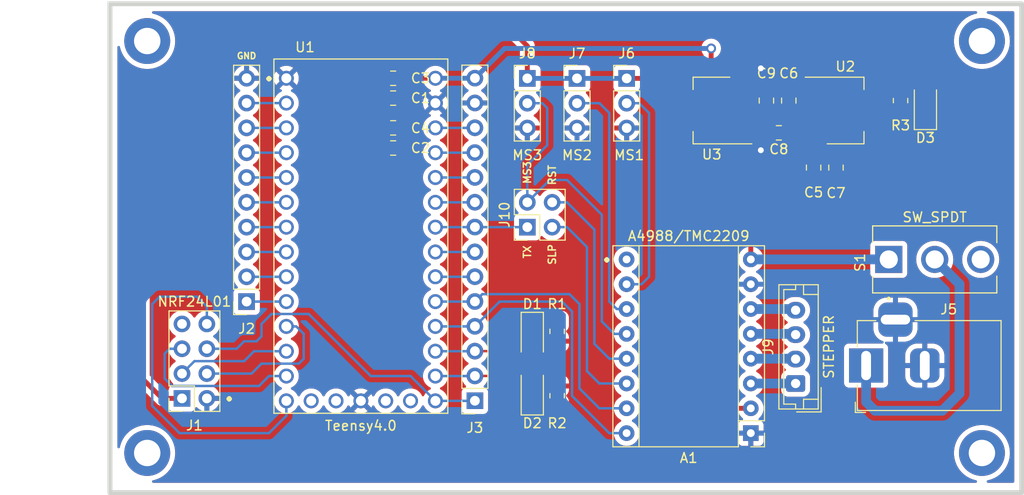
<source format=kicad_pcb>
(kicad_pcb (version 20240108) (generator "pcbnew") (generator_version "8.0")
  (layers (0 "F.Cu" signal) (31 "B.Cu" signal) (34 "B.Paste" user) (35 "F.Paste" user) (36 "B.SilkS" user "B.Silkscreen") (37 "F.SilkS" user "F.Silkscreen") (38 "B.Mask" user) (39 "F.Mask" user) (44 "Edge.Cuts" user))
  (net 0 "")
  (net 1 "GND")
  (net 2 "3.3V")
  (net 3 "Net-(A1-Pad3)")
  (net 4 "Net-(A1-Pad4)")
  (net 5 "Net-(A1-Pad5)")
  (net 6 "Net-(A1-Pad6)")
  (net 7 "VMOT")
  (net 9 "MS1")
  (net 10 "MS2")
  (net 11 "MS3")
  (net 12 "DRV_RESET")
  (net 13 "STEP")
  (net 14 "DIR")
  (net 15 "+3V3")
  (net 16 "+5V")
  (net 17 "Net-(D1-Pad1)")
  (net 18 "MANUAL")
  (net 19 "Net-(D2-Pad1)")
  (net 20 "AUTO")
  (net 21 "Net-(D3-Pad2)")
  (net 22 "MISO")
  (net 23 "MOSI")
  (net 24 "SCK")
  (net 25 "CS")
  (net 26 "CE")
  (net 27 "DRV_SLEEP")
  (net 29 "Net-(J2-Pad5)")
  (net 30 "Net-(J2-Pad8)")
  (net 31 "Net-(J2-Pad9)")
  (net 32 "Net-(J2-Pad6)")
  (net 33 "Net-(J2-Pad7)")
  (net 34 "Net-(J3-Pad6)")
  (net 35 "Net-(J3-Pad7)")
  (net 36 "UART_TX")
  (net 37 "Net-(J3-Pad9)")
  (net 41 "Net-(J5-Pad1)")
  (net 42 "Net-(J3-Pad10)")
  (net 43 "Net-(J3-Pad11)")
  (net 44 "Net-(J3-Pad12)")
  (net 46 "Net-(J2-Pad1)")
  (net 47 "Net-(J2-Pad2)")
  (net 48 "Net-(J2-Pad3)")
  (net 49 "Net-(J2-Pad4)")
  (footprint "" (layer "F.Cu") (at 187.706 69.596)
    (property "Reference" "" (at 0 0 0) (layer "F.SilkS") (effects (font (size 1.27 1.27))))
    (property "Value" "" (at 0 0 0) (layer "F.SilkS") (effects (font (size 1.27 1.27))))
    (pad "1" thru_hole circle (at 0 0) (size 4.7 4.7) (drill 2.7) (layers "*.Cu" "*.Mask"))
  )
  (footprint "Connector_JST:JST_EH_B4B-EH-A_1x04_P2.50mm_Vertical" (layer "F.Cu") (at 168.656 104.648 90)
    (property "Reference" "J9" (at 3.75 -2.8 90) (layer "F.SilkS"))
    (property "Value" "STEPPER" (at 3.75 3.4 90) (layer "F.SilkS"))
    (pad "1" thru_hole roundrect (at 0 0 90) (size 1.7 1.95) (drill 0.95) (layers "*.Cu" "*.Mask") (roundrect_rratio 0.1470588235) (net 3 "Net-(A1-Pad3)"))
    (pad "2" thru_hole oval (at 2.5 0 90) (size 1.7 1.95) (drill 0.95) (layers "*.Cu" "*.Mask") (net 4 "Net-(A1-Pad4)"))
    (pad "3" thru_hole oval (at 5 0 90) (size 1.7 1.95) (drill 0.95) (layers "*.Cu" "*.Mask") (net 5 "Net-(A1-Pad5)"))
    (pad "4" thru_hole oval (at 7.5 0 90) (size 1.7 1.95) (drill 0.95) (layers "*.Cu" "*.Mask") (net 6 "Net-(A1-Pad6)"))
  )
  (footprint "Resistor_SMD:R_0805_2012Metric_Pad1.20x1.40mm_HandSolder" (layer "F.Cu") (at 144.272 105.902 90)
    (property "Reference" "R2" (at -2.81 0 180) (layer "F.SilkS"))
    (property "Value" "220R")
    (pad "1" smd roundrect (at -1 0 90) (size 1.2 1.4) (layers "F.Cu" "F.Paste" "F.Mask") (roundrect_rratio 0.2083333333) (net 19 "Net-(D2-Pad1)"))
    (pad "2" smd roundrect (at 1 0 90) (size 1.2 1.4) (layers "F.Cu" "F.Paste" "F.Mask") (roundrect_rratio 0.2083333333) (net 1 "GND"))
  )
  (footprint "Teensy 4.0:BarrelJack_Horizontal" (layer "F.Cu") (at 175.864 102.8115 180)
    (property "Reference" "J5" (at -8.45 5.75 0) (layer "F.SilkS"))
    (property "Value" "Barrel_Jack_MountingPin")
    (pad "1" thru_hole rect (at 0 0 180) (size 3.5 3.5) (drill oval 1 3) (layers "*.Cu" "*.Mask") (net 41 "Net-(J5-Pad1)"))
    (pad "2" thru_hole roundrect (at -6 0 180) (size 3 3.5) (drill oval 1 3) (layers "*.Cu" "*.Mask") (net 1 "GND"))
    (pad "3" thru_hole roundrect (at -3 4.7 180) (size 3.5 3.5) (drill oval 3 1) (layers "*.Cu" "*.Mask") (net 1 "GND"))
  )
  (footprint "Connector_PinHeader_2.54mm:PinHeader_1x03_P2.54mm_Vertical" (layer "F.Cu") (at 151.384 73.421)
    (property "Reference" "J6" (at 0 -2.555 0) (layer "F.SilkS"))
    (property "Value" "MS1" (at 0.254 7.859 0) (layer "F.SilkS"))
    (pad "1" thru_hole rect (at 0 0) (size 1.7 1.7) (drill 1) (layers "*.Cu" "*.Mask") (net 2 "3.3V"))
    (pad "2" thru_hole oval (at 0 2.54) (size 1.7 1.7) (drill 1) (layers "*.Cu" "*.Mask") (net 9 "MS1"))
    (pad "3" thru_hole oval (at 0 5.08) (size 1.7 1.7) (drill 1) (layers "*.Cu" "*.Mask") (net 1 "GND"))
  )
  (footprint "Teensy 4.0:MODULE_DEV-15583" (layer "F.Cu") (at 124.206 89.916)
    (property "Reference" "U1" (at -5.715 -19.685 0) (layer "F.SilkS"))
    (property "Value" "Teensy4.0" (at 0 19.05 0) (layer "F.SilkS"))
    (fp_text user "GND" (at -11.684 -18.796 0) (layer "F.SilkS") (effects (font (size 0.64 0.64))))
    (pad "0" thru_hole circle (at -7.62 -13.97) (size 1.53 1.53) (drill 1.02) (layers "*.Cu" "*.Mask") (net 31 "Net-(J2-Pad9)"))
    (pad "1" thru_hole circle (at -7.62 -11.43) (size 1.53 1.53) (drill 1.02) (layers "*.Cu" "*.Mask") (net 30 "Net-(J2-Pad8)"))
    (pad "2" thru_hole circle (at -7.62 -8.89) (size 1.53 1.53) (drill 1.02) (layers "*.Cu" "*.Mask") (net 33 "Net-(J2-Pad7)"))
    (pad "3" thru_hole circle (at -7.62 -6.35) (size 1.53 1.53) (drill 1.02) (layers "*.Cu" "*.Mask") (net 32 "Net-(J2-Pad6)"))
    (pad "3.3V_1" thru_hole circle (at -2.54 16.51) (size 1.53 1.53) (drill 1.02) (layers "*.Cu" "*.Mask"))
    (pad "3.3V_2" thru_hole circle (at 7.62 -11.43) (size 1.53 1.53) (drill 1.02) (layers "*.Cu" "*.Mask") (net 44 "Net-(J3-Pad12)"))
    (pad "4" thru_hole circle (at -7.62 -3.81) (size 1.53 1.53) (drill 1.02) (layers "*.Cu" "*.Mask") (net 29 "Net-(J2-Pad5)"))
    (pad "5" thru_hole circle (at -7.62 -1.27) (size 1.53 1.53) (drill 1.02) (layers "*.Cu" "*.Mask") (net 49 "Net-(J2-Pad4)"))
    (pad "6" thru_hole circle (at -7.62 1.27) (size 1.53 1.53) (drill 1.02) (layers "*.Cu" "*.Mask") (net 48 "Net-(J2-Pad3)"))
    (pad "7" thru_hole circle (at -7.62 3.81) (size 1.53 1.53) (drill 1.02) (layers "*.Cu" "*.Mask") (net 47 "Net-(J2-Pad2)"))
    (pad "8" thru_hole circle (at -7.62 6.35) (size 1.53 1.53) (drill 1.02) (layers "*.Cu" "*.Mask") (net 46 "Net-(J2-Pad1)"))
    (pad "9" thru_hole circle (at -7.62 8.89) (size 1.53 1.53) (drill 1.02) (layers "*.Cu" "*.Mask") (net 26 "CE"))
    (pad "10" thru_hole circle (at -7.62 11.43) (size 1.53 1.53) (drill 1.02) (layers "*.Cu" "*.Mask") (net 25 "CS"))
    (pad "11" thru_hole circle (at -7.62 13.97) (size 1.53 1.53) (drill 1.02) (layers "*.Cu" "*.Mask") (net 23 "MOSI"))
    (pad "12" thru_hole circle (at -7.62 16.51) (size 1.53 1.53) (drill 1.02) (layers "*.Cu" "*.Mask") (net 22 "MISO"))
    (pad "13" thru_hole circle (at 7.62 16.51) (size 1.53 1.53) (drill 1.02) (layers "*.Cu" "*.Mask") (net 24 "SCK"))
    (pad "14" thru_hole circle (at 7.62 13.97) (size 1.53 1.53) (drill 1.02) (layers "*.Cu" "*.Mask") (net 20 "AUTO"))
    (pad "15" thru_hole circle (at 7.62 11.43) (size 1.53 1.53) (drill 1.02) (layers "*.Cu" "*.Mask") (net 18 "MANUAL"))
    (pad "16" thru_hole circle (at 7.62 8.89) (size 1.53 1.53) (drill 1.02) (layers "*.Cu" "*.Mask") (net 14 "DIR"))
    (pad "17" thru_hole circle (at 7.62 6.35) (size 1.53 1.53) (drill 1.02) (layers "*.Cu" "*.Mask") (net 13 "STEP"))
    (pad "18" thru_hole circle (at 7.62 3.81) (size 1.53 1.53) (drill 1.02) (layers "*.Cu" "*.Mask") (net 34 "Net-(J3-Pad6)"))
    (pad "19" thru_hole circle (at 7.62 1.27) (size 1.53 1.53) (drill 1.02) (layers "*.Cu" "*.Mask") (net 35 "Net-(J3-Pad7)"))
    (pad "20" thru_hole circle (at 7.62 -1.27) (size 1.53 1.53) (drill 1.02) (layers "*.Cu" "*.Mask") (net 36 "UART_TX"))
    (pad "21" thru_hole circle (at 7.62 -3.81) (size 1.53 1.53) (drill 1.02) (layers "*.Cu" "*.Mask") (net 37 "Net-(J3-Pad9)"))
    (pad "22" thru_hole circle (at 7.62 -6.35) (size 1.53 1.53) (drill 1.02) (layers "*.Cu" "*.Mask") (net 42 "Net-(J3-Pad10)"))
    (pad "23" thru_hole circle (at 7.62 -8.89) (size 1.53 1.53) (drill 1.02) (layers "*.Cu" "*.Mask") (net 43 "Net-(J3-Pad11)"))
    (pad "G1" thru_hole circle (at -7.62 -16.51) (size 1.53 1.53) (drill 1.02) (layers "*.Cu" "*.Mask") (net 1 "GND"))
    (pad "G2" thru_hole circle (at 0 16.51) (size 1.53 1.53) (drill 1.02) (layers "*.Cu" "*.Mask") (net 1 "GND"))
    (pad "G3" thru_hole circle (at 7.62 -13.97) (size 1.53 1.53) (drill 1.02) (layers "*.Cu" "*.Mask") (net 1 "GND"))
    (pad "ON-OFF" thru_hole circle (at 5.08 16.51) (size 1.53 1.53) (drill 1.02) (layers "*.Cu" "*.Mask"))
    (pad "PGM" thru_hole circle (at 2.54 16.51) (size 1.53 1.53) (drill 1.02) (layers "*.Cu" "*.Mask"))
    (pad "VBAT" thru_hole circle (at -5.08 16.51) (size 1.53 1.53) (drill 1.02) (layers "*.Cu" "*.Mask"))
    (pad "VIN" thru_hole circle (at 7.62 -16.51) (size 1.53 1.53) (drill 1.02) (layers "*.Cu" "*.Mask") (net 16 "+5V"))
  )
  (footprint "Resistor_SMD:R_0805_2012Metric_Pad1.20x1.40mm_HandSolder" (layer "F.Cu") (at 179.386572 75.692 90)
    (property "Reference" "R3" (at -2.54 0 0) (layer "F.SilkS"))
    (property "Value" "220R")
    (pad "1" smd roundrect (at -1 0 90) (size 1.2 1.4) (layers "F.Cu" "F.Paste" "F.Mask") (roundrect_rratio 0.2083333333) (net 16 "+5V"))
    (pad "2" smd roundrect (at 1 0 90) (size 1.2 1.4) (layers "F.Cu" "F.Paste" "F.Mask") (roundrect_rratio 0.2083333333) (net 21 "Net-(D3-Pad2)"))
  )
  (footprint "Capacitor_SMD:C_0805_2012Metric_Pad1.18x1.45mm_HandSolder" (layer "F.Cu") (at 127.508 80.546 180)
    (property "Reference" "C2" (at -2.794 0 0) (layer "F.SilkS"))
    (property "Value" "4.7u")
    (pad "1" smd roundrect (at -1.0375 0 180) (size 1.175 1.45) (layers "F.Cu" "F.Paste" "F.Mask") (roundrect_rratio 0.2127659574) (net 15 "+3V3"))
    (pad "2" smd roundrect (at 1.0375 0 180) (size 1.175 1.45) (layers "F.Cu" "F.Paste" "F.Mask") (roundrect_rratio 0.2127659574) (net 1 "GND"))
  )
  (footprint "Connector_PinSocket_2.54mm:PinSocket_1x10_P2.54mm_Vertical" (layer "F.Cu") (at 112.522 96.266 180)
    (property "Reference" "J2" (at 0 -2.77 0) (layer "F.SilkS"))
    (property "Value" "Conn_01x10_Female")
    (pad "1" thru_hole rect (at 0 0 180) (size 1.7 1.7) (drill 1) (layers "*.Cu" "*.Mask") (net 46 "Net-(J2-Pad1)"))
    (pad "2" thru_hole oval (at 0 2.54 180) (size 1.7 1.7) (drill 1) (layers "*.Cu" "*.Mask") (net 47 "Net-(J2-Pad2)"))
    (pad "3" thru_hole oval (at 0 5.08 180) (size 1.7 1.7) (drill 1) (layers "*.Cu" "*.Mask") (net 48 "Net-(J2-Pad3)"))
    (pad "4" thru_hole oval (at 0 7.62 180) (size 1.7 1.7) (drill 1) (layers "*.Cu" "*.Mask") (net 49 "Net-(J2-Pad4)"))
    (pad "5" thru_hole oval (at 0 10.16 180) (size 1.7 1.7) (drill 1) (layers "*.Cu" "*.Mask") (net 29 "Net-(J2-Pad5)"))
    (pad "6" thru_hole oval (at 0 12.7 180) (size 1.7 1.7) (drill 1) (layers "*.Cu" "*.Mask") (net 32 "Net-(J2-Pad6)"))
    (pad "7" thru_hole oval (at 0 15.24 180) (size 1.7 1.7) (drill 1) (layers "*.Cu" "*.Mask") (net 33 "Net-(J2-Pad7)"))
    (pad "8" thru_hole oval (at 0 17.78 180) (size 1.7 1.7) (drill 1) (layers "*.Cu" "*.Mask") (net 30 "Net-(J2-Pad8)"))
    (pad "9" thru_hole oval (at 0 20.32 180) (size 1.7 1.7) (drill 1) (layers "*.Cu" "*.Mask") (net 31 "Net-(J2-Pad9)"))
    (pad "10" thru_hole oval (at 0 22.86 180) (size 1.7 1.7) (drill 1) (layers "*.Cu" "*.Mask") (net 1 "GND"))
  )
  (footprint "MountingHole:MountingHole_2.7mm_M2.5_DIN965_Pad" (layer "F.Cu") (at 102.362 69.596)
    (property "Reference" "REF**")
    (property "Value" "MountingHole_2.7mm_M2.5_DIN965_Pad")
    (pad "1" thru_hole circle (at 0 0) (size 4.7 4.7) (drill 2.7) (layers "*.Cu" "*.Mask"))
  )
  (footprint "LED_SMD:LED_1206_3216Metric_Pad1.42x1.75mm_HandSolder" (layer "F.Cu") (at 141.732 99.822 -90)
    (property "Reference" "D1" (at -3.302 0 180) (layer "F.SilkS"))
    (property "Value" "MANUAL")
    (pad "1" smd roundrect (at -1.4875 0 270) (size 1.425 1.75) (layers "F.Cu" "F.Paste" "F.Mask") (roundrect_rratio 0.1754392982) (net 17 "Net-(D1-Pad1)"))
    (pad "2" smd roundrect (at 1.4875 0 270) (size 1.425 1.75) (layers "F.Cu" "F.Paste" "F.Mask") (roundrect_rratio 0.1754392982) (net 18 "MANUAL"))
  )
  (footprint "Capacitor_SMD:C_0805_2012Metric_Pad1.18x1.45mm_HandSolder" (layer "F.Cu") (at 166.940572 78.994 180)
    (property "Reference" "C8" (at 0 -1.68 0) (layer "F.SilkS"))
    (property "Value" "100n")
    (pad "1" smd roundrect (at -1.0375 0 180) (size 1.175 1.45) (layers "F.Cu" "F.Paste" "F.Mask") (roundrect_rratio 0.2127659574) (net 16 "+5V"))
    (pad "2" smd roundrect (at 1.0375 0 180) (size 1.175 1.45) (layers "F.Cu" "F.Paste" "F.Mask") (roundrect_rratio 0.2127659574) (net 1 "GND"))
  )
  (footprint "LED_SMD:LED_1206_3216Metric_Pad1.42x1.75mm_HandSolder" (layer "F.Cu") (at 181.926572 76.2 90)
    (property "Reference" "D3" (at -3.302 0 0) (layer "F.SilkS"))
    (property "Value" "PWR IND")
    (pad "1" smd roundrect (at -1.4875 0 90) (size 1.425 1.75) (layers "F.Cu" "F.Paste" "F.Mask") (roundrect_rratio 0.1754392982) (net 1 "GND"))
    (pad "2" smd roundrect (at 1.4875 0 90) (size 1.425 1.75) (layers "F.Cu" "F.Paste" "F.Mask") (roundrect_rratio 0.1754392982) (net 21 "Net-(D3-Pad2)"))
  )
  (footprint "Capacitor_SMD:C_0805_2012Metric_Pad1.18x1.45mm_HandSolder" (layer "F.Cu") (at 127.508 78.486 180)
    (property "Reference" "C4" (at -2.794 -0.028 0) (layer "F.SilkS"))
    (property "Value" "100n")
    (pad "1" smd roundrect (at -1.0375 0 180) (size 1.175 1.45) (layers "F.Cu" "F.Paste" "F.Mask") (roundrect_rratio 0.2127659574) (net 15 "+3V3"))
    (pad "2" smd roundrect (at 1.0375 0 180) (size 1.175 1.45) (layers "F.Cu" "F.Paste" "F.Mask") (roundrect_rratio 0.2127659574) (net 1 "GND"))
  )
  (footprint "" (layer "F.Cu") (at 187.706 111.76)
    (property "Reference" "" (at 0 0 0) (layer "F.SilkS") (effects (font (size 1.27 1.27))))
    (property "Value" "" (at 0 0 0) (layer "F.SilkS") (effects (font (size 1.27 1.27))))
    (pad "1" thru_hole circle (at 0 0) (size 4.7 4.7) (drill 2.7) (layers "*.Cu" "*.Mask"))
  )
  (footprint "Connector_PinHeader_2.54mm:PinHeader_1x03_P2.54mm_Vertical" (layer "F.Cu") (at 146.304 73.421)
    (property "Reference" "J7" (at 0 -2.54 0) (layer "F.SilkS"))
    (property "Value" "MS2" (at 0 7.859 0) (layer "F.SilkS"))
    (pad "1" thru_hole rect (at 0 0) (size 1.7 1.7) (drill 1) (layers "*.Cu" "*.Mask") (net 2 "3.3V"))
    (pad "2" thru_hole oval (at 0 2.54) (size 1.7 1.7) (drill 1) (layers "*.Cu" "*.Mask") (net 10 "MS2"))
    (pad "3" thru_hole oval (at 0 5.08) (size 1.7 1.7) (drill 1) (layers "*.Cu" "*.Mask") (net 1 "GND"))
  )
  (footprint "Connector_PinSocket_2.54mm:PinSocket_2x04_P2.54mm_Vertical" (layer "F.Cu") (at 105.918 106.172 180)
    (property "Reference" "J1" (at -1.27 -2.77 0) (layer "F.SilkS"))
    (property "Value" "NRF24L01" (at -1.27 9.906 0) (layer "F.SilkS"))
    (pad "1" thru_hole rect (at 0 0 180) (size 1.7 1.7) (drill 1) (layers "*.Cu" "*.Mask") (net 2 "3.3V"))
    (pad "2" thru_hole oval (at -2.54 0 180) (size 1.7 1.7) (drill 1) (layers "*.Cu" "*.Mask") (net 1 "GND"))
    (pad "3" thru_hole oval (at 0 2.54 180) (size 1.7 1.7) (drill 1) (layers "*.Cu" "*.Mask") (net 25 "CS"))
    (pad "4" thru_hole oval (at -2.54 2.54 180) (size 1.7 1.7) (drill 1) (layers "*.Cu" "*.Mask") (net 26 "CE"))
    (pad "5" thru_hole oval (at 0 5.08 180) (size 1.7 1.7) (drill 1) (layers "*.Cu" "*.Mask") (net 23 "MOSI"))
    (pad "6" thru_hole oval (at -2.54 5.08 180) (size 1.7 1.7) (drill 1) (layers "*.Cu" "*.Mask") (net 24 "SCK"))
    (pad "7" thru_hole oval (at 0 7.62 180) (size 1.7 1.7) (drill 1) (layers "*.Cu" "*.Mask"))
    (pad "8" thru_hole oval (at -2.54 7.62 180) (size 1.7 1.7) (drill 1) (layers "*.Cu" "*.Mask") (net 22 "MISO"))
  )
  (footprint "Teensy 4.0:Pololu_A4988" (layer "F.Cu") (at 164.074 109.728 180)
    (property "Reference" "A1" (at 6.35 -2.54 0) (layer "F.SilkS"))
    (property "Value" "A4988/TMC2209" (at 6.35 20.17 0) (layer "F.SilkS"))
    (pad "1" thru_hole rect (at 0 0 180) (size 1.6 1.6) (drill 0.8) (layers "*.Cu" "*.Mask") (net 1 "GND"))
    (pad "2" thru_hole oval (at 0 2.54 180) (size 1.6 1.6) (drill 0.8) (layers "*.Cu" "*.Mask") (net 2 "3.3V"))
    (pad "3" thru_hole oval (at 0 5.08 180) (size 1.6 1.6) (drill 0.8) (layers "*.Cu" "*.Mask") (net 3 "Net-(A1-Pad3)"))
    (pad "4" thru_hole oval (at 0 7.62 180) (size 1.6 1.6) (drill 0.8) (layers "*.Cu" "*.Mask") (net 4 "Net-(A1-Pad4)"))
    (pad "5" thru_hole oval (at 0 10.16 180) (size 1.6 1.6) (drill 0.8) (layers "*.Cu" "*.Mask") (net 5 "Net-(A1-Pad5)"))
    (pad "6" thru_hole oval (at 0 12.7 180) (size 1.6 1.6) (drill 0.8) (layers "*.Cu" "*.Mask") (net 6 "Net-(A1-Pad6)"))
    (pad "7" thru_hole oval (at 0 15.24 180) (size 1.6 1.6) (drill 0.8) (layers "*.Cu" "*.Mask") (net 1 "GND"))
    (pad "8" thru_hole oval (at 0 17.78 180) (size 1.6 1.6) (drill 0.8) (layers "*.Cu" "*.Mask") (net 7 "VMOT"))
    (pad "9" thru_hole oval (at 12.7 17.78 180) (size 1.6 1.6) (drill 0.8) (layers "*.Cu" "*.Mask"))
    (pad "10" thru_hole oval (at 12.7 15.24 180) (size 1.6 1.6) (drill 0.8) (layers "*.Cu" "*.Mask") (net 9 "MS1"))
    (pad "11" thru_hole oval (at 12.7 12.7 180) (size 1.6 1.6) (drill 0.8) (layers "*.Cu" "*.Mask") (net 10 "MS2"))
    (pad "12" thru_hole oval (at 12.7 10.16 180) (size 1.6 1.6) (drill 0.8) (layers "*.Cu" "*.Mask") (net 11 "MS3"))
    (pad "13" thru_hole oval (at 12.7 7.62 180) (size 1.6 1.6) (drill 0.8) (layers "*.Cu" "*.Mask") (net 12 "DRV_RESET"))
    (pad "14" thru_hole oval (at 12.7 5.08 180) (size 1.6 1.6) (drill 0.8) (layers "*.Cu" "*.Mask") (net 27 "DRV_SLEEP"))
    (pad "15" thru_hole oval (at 12.7 2.54 180) (size 1.6 1.6) (drill 0.8) (layers "*.Cu" "*.Mask") (net 13 "STEP"))
    (pad "16" thru_hole oval (at 12.7 0 180) (size 1.6 1.6) (drill 0.8) (layers "*.Cu" "*.Mask") (net 14 "DIR"))
  )
  (footprint "Capacitor_SMD:C_0805_2012Metric_Pad1.18x1.45mm_HandSolder" (layer "F.Cu") (at 127.508 73.406 180)
    (property "Reference" "C3" (at -2.794 0 0) (layer "F.SilkS"))
    (property "Value" "100n")
    (pad "1" smd roundrect (at -1.0375 0 180) (size 1.175 1.45) (layers "F.Cu" "F.Paste" "F.Mask") (roundrect_rratio 0.2127659574) (net 16 "+5V"))
    (pad "2" smd roundrect (at 1.0375 0 180) (size 1.175 1.45) (layers "F.Cu" "F.Paste" "F.Mask") (roundrect_rratio 0.2127659574) (net 1 "GND"))
  )
  (footprint "Connector_PinHeader_2.54mm:PinHeader_2x02_P2.54mm_Vertical" (layer "F.Cu") (at 141.224 88.646 90)
    (property "Reference" "J10" (at 1.27 -2.33 90) (layer "F.SilkS"))
    (property "Value" "Conn_02x02_Odd_Even")
    (pad "1" thru_hole rect (at 0 0 90) (size 1.7 1.7) (drill 1) (layers "*.Cu" "*.Mask") (net 36 "UART_TX"))
    (pad "2" thru_hole oval (at 2.54 0 90) (size 1.7 1.7) (drill 1) (layers "*.Cu" "*.Mask") (net 11 "MS3"))
    (pad "3" thru_hole oval (at 0 2.54 90) (size 1.7 1.7) (drill 1) (layers "*.Cu" "*.Mask") (net 27 "DRV_SLEEP"))
    (pad "4" thru_hole oval (at 2.54 2.54 90) (size 1.7 1.7) (drill 1) (layers "*.Cu" "*.Mask") (net 12 "DRV_RESET"))
  )
  (footprint "LED_SMD:LED_1206_3216Metric_Pad1.42x1.75mm_HandSolder" (layer "F.Cu") (at 141.732 105.41 90)
    (property "Reference" "D2" (at -3.302 0 180) (layer "F.SilkS"))
    (property "Value" "AUTO")
    (pad "1" smd roundrect (at -1.4875 0 90) (size 1.425 1.75) (layers "F.Cu" "F.Paste" "F.Mask") (roundrect_rratio 0.1754392982) (net 19 "Net-(D2-Pad1)"))
    (pad "2" smd roundrect (at 1.4875 0 90) (size 1.425 1.75) (layers "F.Cu" "F.Paste" "F.Mask") (roundrect_rratio 0.1754392982) (net 20 "AUTO"))
  )
  (footprint "" (layer "F.Cu") (at 102.362 111.76)
    (property "Reference" "" (at 0 0 0) (layer "F.SilkS") (effects (font (size 1.27 1.27))))
    (property "Value" "" (at 0 0 0) (layer "F.SilkS") (effects (font (size 1.27 1.27))))
    (pad "1" thru_hole circle (at 0 0) (size 4.7 4.7) (drill 2.7) (layers "*.Cu" "*.Mask"))
  )
  (footprint "Capacitor_SMD:C_0805_2012Metric_Pad1.18x1.45mm_HandSolder" (layer "F.Cu") (at 170.496572 82.55 -90)
    (property "Reference" "C5" (at 2.54 0 0) (layer "F.SilkS"))
    (property "Value" "100n")
    (pad "1" smd roundrect (at -1.0375 0 270) (size 1.175 1.45) (layers "F.Cu" "F.Paste" "F.Mask") (roundrect_rratio 0.2127659574) (net 7 "VMOT"))
    (pad "2" smd roundrect (at 1.0375 0 270) (size 1.175 1.45) (layers "F.Cu" "F.Paste" "F.Mask") (roundrect_rratio 0.2127659574) (net 1 "GND"))
  )
  (footprint "Capacitor_SMD:C_0805_2012Metric_Pad1.18x1.45mm_HandSolder" (layer "F.Cu") (at 127.508 75.438 180)
    (property "Reference" "C1" (at -2.794 0 0) (layer "F.SilkS"))
    (property "Value" "4.7u")
    (pad "1" smd roundrect (at -1.0375 0 180) (size 1.175 1.45) (layers "F.Cu" "F.Paste" "F.Mask") (roundrect_rratio 0.2127659574) (net 16 "+5V"))
    (pad "2" smd roundrect (at 1.0375 0 180) (size 1.175 1.45) (layers "F.Cu" "F.Paste" "F.Mask") (roundrect_rratio 0.2127659574) (net 1 "GND"))
  )
  (footprint "Connector_PinSocket_2.54mm:PinSocket_1x14_P2.54mm_Vertical" (layer "F.Cu") (at 135.865 106.416 180)
    (property "Reference" "J3" (at 0 -2.77 0) (layer "F.SilkS"))
    (property "Value" "Conn_01x14_Female")
    (pad "1" thru_hole rect (at 0 0 180) (size 1.7 1.7) (drill 1) (layers "*.Cu" "*.Mask") (net 24 "SCK"))
    (pad "2" thru_hole oval (at 0 2.54 180) (size 1.7 1.7) (drill 1) (layers "*.Cu" "*.Mask") (net 20 "AUTO"))
    (pad "3" thru_hole oval (at 0 5.08 180) (size 1.7 1.7) (drill 1) (layers "*.Cu" "*.Mask") (net 18 "MANUAL"))
    (pad "4" thru_hole oval (at 0 7.62 180) (size 1.7 1.7) (drill 1) (layers "*.Cu" "*.Mask") (net 14 "DIR"))
    (pad "5" thru_hole oval (at 0 10.16 180) (size 1.7 1.7) (drill 1) (layers "*.Cu" "*.Mask") (net 13 "STEP"))
    (pad "6" thru_hole oval (at 0 12.7 180) (size 1.7 1.7) (drill 1) (layers "*.Cu" "*.Mask") (net 34 "Net-(J3-Pad6)"))
    (pad "7" thru_hole oval (at 0 15.24 180) (size 1.7 1.7) (drill 1) (layers "*.Cu" "*.Mask") (net 35 "Net-(J3-Pad7)"))
    (pad "8" thru_hole oval (at 0 17.78 180) (size 1.7 1.7) (drill 1) (layers "*.Cu" "*.Mask") (net 36 "UART_TX"))
    (pad "9" thru_hole oval (at 0 20.32 180) (size 1.7 1.7) (drill 1) (layers "*.Cu" "*.Mask") (net 37 "Net-(J3-Pad9)"))
    (pad "10" thru_hole oval (at 0 22.86 180) (size 1.7 1.7) (drill 1) (layers "*.Cu" "*.Mask") (net 42 "Net-(J3-Pad10)"))
    (pad "11" thru_hole oval (at 0 25.4 180) (size 1.7 1.7) (drill 1) (layers "*.Cu" "*.Mask") (net 43 "Net-(J3-Pad11)"))
    (pad "12" thru_hole oval (at 0 27.94 180) (size 1.7 1.7) (drill 1) (layers "*.Cu" "*.Mask") (net 44 "Net-(J3-Pad12)"))
    (pad "13" thru_hole oval (at 0 30.48 180) (size 1.7 1.7) (drill 1) (layers "*.Cu" "*.Mask") (net 1 "GND"))
    (pad "14" thru_hole oval (at 0 33.02 180) (size 1.7 1.7) (drill 1) (layers "*.Cu" "*.Mask") (net 16 "+5V"))
  )
  (footprint "Connector_PinHeader_2.54mm:PinHeader_1x03_P2.54mm_Vertical" (layer "F.Cu") (at 141.224 73.421)
    (property "Reference" "J8" (at 0 -2.555 0) (layer "F.SilkS"))
    (property "Value" "MS3" (at 0 7.859 0) (layer "F.SilkS"))
    (pad "1" thru_hole rect (at 0 0) (size 1.7 1.7) (drill 1) (layers "*.Cu" "*.Mask") (net 2 "3.3V"))
    (pad "2" thru_hole oval (at 0 2.54) (size 1.7 1.7) (drill 1) (layers "*.Cu" "*.Mask") (net 11 "MS3"))
    (pad "3" thru_hole oval (at 0 5.08) (size 1.7 1.7) (drill 1) (layers "*.Cu" "*.Mask") (net 1 "GND"))
  )
  (footprint "Resistor_SMD:R_0805_2012Metric_Pad1.20x1.40mm_HandSolder" (layer "F.Cu") (at 144.272 99.314 -90)
    (property "Reference" "R1" (at -2.794 0 180) (layer "F.SilkS"))
    (property "Value" "220R")
    (pad "1" smd roundrect (at -1 0 270) (size 1.2 1.4) (layers "F.Cu" "F.Paste" "F.Mask") (roundrect_rratio 0.2083333333) (net 17 "Net-(D1-Pad1)"))
    (pad "2" smd roundrect (at 1 0 270) (size 1.2 1.4) (layers "F.Cu" "F.Paste" "F.Mask") (roundrect_rratio 0.2083333333) (net 1 "GND"))
  )
  (footprint "Package_TO_SOT_SMD:SOT-223-3_TabPin2" (layer "F.Cu") (at 160.082572 76.708 180)
    (property "Reference" "U3" (at 0 -4.5 0) (layer "F.SilkS"))
    (property "Value" "LD1117S33TR_SOT223")
    (pad "1" smd rect (at -3.15 -2.3 180) (size 2 1.5) (layers "F.Cu" "F.Paste" "F.Mask") (net 1 "GND"))
    (pad "2" smd rect (at -3.15 0 180) (size 2 1.5) (layers "F.Cu" "F.Paste" "F.Mask") (net 2 "3.3V"))
    (pad "2" smd rect (at 3.15 0 180) (size 2 3.8) (layers "F.Cu" "F.Paste" "F.Mask") (net 2 "3.3V"))
    (pad "3" smd rect (at -3.15 2.3 180) (size 2 1.5) (layers "F.Cu" "F.Paste" "F.Mask") (net 16 "+5V"))
  )
  (footprint "Capacitor_SMD:C_0805_2012Metric_Pad1.18x1.45mm_HandSolder" (layer "F.Cu") (at 172.782572 82.55 -90)
    (property "Reference" "C7" (at 2.602572 0 0) (layer "F.SilkS"))
    (property "Value" "100u")
    (pad "1" smd roundrect (at -1.0375 0 270) (size 1.175 1.45) (layers "F.Cu" "F.Paste" "F.Mask") (roundrect_rratio 0.2127659574) (net 7 "VMOT"))
    (pad "2" smd roundrect (at 1.0375 0 270) (size 1.175 1.45) (layers "F.Cu" "F.Paste" "F.Mask") (roundrect_rratio 0.2127659574) (net 1 "GND"))
  )
  (footprint "SPDT_Toggle_Switch:SW_100SP1T1B4M2QE" (layer "F.Cu") (at 182.88 91.948 90)
    (property "Reference" "S1" (at -0.325 -7.635 90) (layer "F.SilkS"))
    (property "Value" "SW_SPDT" (at 4.318 0 180) (layer "F.SilkS"))
    (pad "1" thru_hole rect (at 0 -4.7 90) (size 2.775 2.775) (drill 1.85) (layers "*.Cu" "*.Mask") (net 7 "VMOT"))
    (pad "2" thru_hole circle (at 0 0 90) (size 2.775 2.775) (drill 1.85) (layers "*.Cu" "*.Mask") (net 41 "Net-(J5-Pad1)"))
    (pad "3" thru_hole circle (at 0 4.7 90) (size 2.775 2.775) (drill 1.85) (layers "*.Cu" "*.Mask"))
  )
  (footprint "Capacitor_SMD:C_0805_2012Metric_Pad1.18x1.45mm_HandSolder" (layer "F.Cu") (at 165.670572 75.692 90)
    (property "Reference" "C9" (at 2.794 0 0) (layer "F.SilkS"))
    (property "Value" "10u")
    (pad "1" smd roundrect (at -1.0375 0 90) (size 1.175 1.45) (layers "F.Cu" "F.Paste" "F.Mask") (roundrect_rratio 0.2127659574) (net 2 "3.3V"))
    (pad "2" smd roundrect (at 1.0375 0 90) (size 1.175 1.45) (layers "F.Cu" "F.Paste" "F.Mask") (roundrect_rratio 0.2127659574) (net 1 "GND"))
  )
  (footprint "Package_TO_SOT_SMD:SOT-223-3_TabPin2" (layer "F.Cu") (at 173.736 76.708)
    (property "Reference" "U2" (at 0 -4.5 0) (layer "F.SilkS"))
    (property "Value" "LD1117S50TR_SOT223")
    (pad "1" smd rect (at -3.15 -2.3) (size 2 1.5) (layers "F.Cu" "F.Paste" "F.Mask") (net 1 "GND"))
    (pad "2" smd rect (at -3.15 0) (size 2 1.5) (layers "F.Cu" "F.Paste" "F.Mask") (net 16 "+5V"))
    (pad "2" smd rect (at 3.15 0) (size 2 3.8) (layers "F.Cu" "F.Paste" "F.Mask") (net 16 "+5V"))
    (pad "3" smd rect (at -3.15 2.3) (size 2 1.5) (layers "F.Cu" "F.Paste" "F.Mask") (net 7 "VMOT"))
  )
  (footprint "Capacitor_SMD:C_0805_2012Metric_Pad1.18x1.45mm_HandSolder" (layer "F.Cu") (at 167.956572 75.692 90)
    (property "Reference" "C6" (at 2.794 0 0) (layer "F.SilkS"))
    (property "Value" "10u")
    (pad "1" smd roundrect (at -1.0375 0 90) (size 1.175 1.45) (layers "F.Cu" "F.Paste" "F.Mask") (roundrect_rratio 0.2127659574) (net 16 "+5V"))
    (pad "2" smd roundrect (at 1.0375 0 90) (size 1.175 1.45) (layers "F.Cu" "F.Paste" "F.Mask") (roundrect_rratio 0.2127659574) (net 1 "GND"))
  )
  (gr_rect (start 98.552 65.786) (end 191.77 115.824) (stroke (width 0.5)) (fill none) (layer "Edge.Cuts"))
  (gr_text "." (at 149.352 91.186 0) (layer "F.SilkS") (effects (font (size 2 2) (thickness 0.375)) (justify mirror)))
  (gr_text "." (at 110.744 105.41 0) (layer "F.SilkS") (effects (font (size 2 2) (thickness 0.375)) (justify mirror)))
  (gr_text "." (at 114.808 72.644 0) (layer "F.SilkS") (effects (font (size 2 2) (thickness 0.375)) (justify mirror)))
  (gr_text "MS3" (at 141.224 83.058 90) (layer "F.SilkS") (effects (font (size 0.75 0.75))))
  (gr_text "SLP" (at 143.764 91.44 90) (layer "F.SilkS") (effects (font (size 0.75 0.75))))
  (gr_text "RST" (at 143.764 83.312 90) (layer "F.SilkS") (effects (font (size 0.75 0.75))))
  (gr_text "TX" (at 141.224 91.186 90) (layer "F.SilkS") (effects (font (size 0.75 0.75))))
  (segment (start 165.670572 72.960572) (end 165.1 72.39) (width 0.5) (layer "F.Cu") (net 1))
  (segment (start 144.272 104.902) (end 144.272 100.314) (width 0.25) (layer "F.Cu") (net 1))
  (segment (start 165.670572 74.6545) (end 165.670572 72.960572) (width 0.5) (layer "F.Cu") (net 1))
  (segment (start 165.903072 79.968928) (end 165.903072 78.994) (width 0.5) (layer "F.Cu") (net 1))
  (segment (start 165.1 80.772) (end 165.903072 79.968928) (width 0.5) (layer "F.Cu") (net 1))
  (via (at 165.1 80.772) (size 1) (drill 0.6) (layers "F.Cu" "B.Cu") (net 1))
  (via (at 165.1 72.39) (size 1) (drill 0.6) (layers "F.Cu" "B.Cu") (net 1))
  (segment (start 135.855 75.946) (end 135.865 75.936) (width 0.25) (layer "B.Cu") (net 1))
  (segment (start 165.1 72.39) (end 165.1 80.772) (width 0.5) (layer "B.Cu") (net 1))
  (segment (start 141.224 70.104) (end 139.954 68.834) (width 0.5) (layer "F.Cu") (net 2))
  (segment (start 139.954 68.834) (end 109.22 68.834) (width 0.5) (layer "F.Cu") (net 2))
  (segment (start 101.854 104.14) (end 103.886 106.172) (width 0.5) (layer "F.Cu") (net 2))
  (segment (start 165.649072 76.708) (end 165.670572 76.7295) (width 0.5) (layer "F.Cu") (net 2))
  (segment (start 141.224 73.421) (end 141.224 70.104) (width 0.5) (layer "F.Cu") (net 2))
  (segment (start 109.22 68.834) (end 101.854 76.2) (width 0.5) (layer "F.Cu") (net 2))
  (segment (start 163.232572 76.708) (end 165.649072 76.708) (width 0.5) (layer "F.Cu") (net 2))
  (segment (start 156.932572 74.890572) (end 155.463 73.421) (width 0.5) (layer "F.Cu") (net 2))
  (segment (start 164.074 107.188) (end 162.56 107.188) (width 0.5) (layer "F.Cu") (net 2))
  (segment (start 156.932572 101.560572) (end 156.932572 76.708) (width 0.5) (layer "F.Cu") (net 2))
  (segment (start 162.56 107.188) (end 156.932572 101.560572) (width 0.5) (layer "F.Cu") (net 2))
  (segment (start 101.854 76.2) (end 101.854 104.14) (width 0.5) (layer "F.Cu") (net 2))
  (segment (start 156.932572 76.708) (end 156.932572 74.890572) (width 0.5) (layer "F.Cu") (net 2))
  (segment (start 163.232572 76.708) (end 156.932572 76.708) (width 0.5) (layer "F.Cu") (net 2))
  (segment (start 103.886 106.172) (end 105.918 106.172) (width 0.5) (layer "F.Cu") (net 2))
  (segment (start 155.463 73.421) (end 151.384 73.421) (width 0.5) (layer "F.Cu") (net 2))
  (segment (start 141.224 73.421) (end 146.304 73.421) (width 0.5) (layer "B.Cu") (net 2))
  (segment (start 151.384 73.421) (end 146.304 73.421) (width 0.5) (layer "B.Cu") (net 2))
  (segment (start 164.074 104.648) (end 168.656 104.648) (width 1) (layer "B.Cu") (net 3))
  (segment (start 168.616 102.108) (end 168.656 102.148) (width 1) (layer "B.Cu") (net 4))
  (segment (start 164.074 102.108) (end 168.616 102.108) (width 1) (layer "B.Cu") (net 4))
  (segment (start 164.074 99.568) (end 168.576 99.568) (width 1) (layer "B.Cu") (net 5))
  (segment (start 168.576 99.568) (end 168.656 99.648) (width 1) (layer "B.Cu") (net 5))
  (segment (start 164.074 97.028) (end 168.536 97.028) (width 1) (layer "B.Cu") (net 6))
  (segment (start 168.536 97.028) (end 168.656 97.148) (width 1) (layer "B.Cu") (net 6))
  (segment (start 170.586 79.008) (end 170.586 81.423072) (width 0.5) (layer "F.Cu") (net 7))
  (segment (start 170.496572 81.5125) (end 172.782572 81.5125) (width 0.5) (layer "F.Cu") (net 7))
  (segment (start 164.074 83.83) (end 164.074 91.948) (width 0.5) (layer "F.Cu") (net 7))
  (segment (start 170.496572 81.5125) (end 166.3915 81.5125) (width 0.5) (layer "F.Cu") (net 7))
  (segment (start 166.3915 81.5125) (end 164.074 83.83) (width 0.5) (layer "F.Cu") (net 7))
  (segment (start 170.586 81.423072) (end 170.496572 81.5125) (width 0.5) (layer "F.Cu") (net 7))
  (segment (start 164.074 91.948) (end 178.18 91.948) (width 1) (layer "B.Cu") (net 7))
  (segment (start 152.669 75.961) (end 151.384 75.961) (width 0.25) (layer "B.Cu") (net 9))
  (segment (start 153.67 76.962) (end 152.669 75.961) (width 0.25) (layer "B.Cu") (net 9))
  (segment (start 153.67 93.726) (end 153.67 76.962) (width 0.25) (layer "B.Cu") (net 9))
  (segment (start 151.374 94.488) (end 152.908 94.488) (width 0.25) (layer "B.Cu") (net 9))
  (segment (start 152.908 94.488) (end 153.67 93.726) (width 0.25) (layer "B.Cu") (net 9))
  (segment (start 149.606 76.962) (end 148.605 75.961) (width 0.25) (layer "B.Cu") (net 10))
  (segment (start 149.606 96.266) (end 149.606 76.962) (width 0.25) (layer "B.Cu") (net 10))
  (segment (start 148.605 75.961) (end 146.304 75.961) (width 0.25) (layer "B.Cu") (net 10))
  (segment (start 150.368 97.028) (end 149.606 96.266) (width 0.25) (layer "B.Cu") (net 10))
  (segment (start 151.374 97.028) (end 150.368 97.028) (width 0.25) (layer "B.Cu") (net 10))
  (segment (start 141.224 82.296) (end 143.256 80.264) (width 0.25) (layer "B.Cu") (net 11))
  (segment (start 148.844 87.376) (end 145.288 83.82) (width 0.25) (layer "B.Cu") (net 11))
  (segment (start 151.374 99.568) (end 150.114 99.568) (width 0.25) (layer "B.Cu") (net 11))
  (segment (start 142.763 75.961) (end 141.224 75.961) (width 0.25) (layer "B.Cu") (net 11))
  (segment (start 150.114 99.568) (end 148.844 98.298) (width 0.25) (layer "B.Cu") (net 11))
  (segment (start 143.51 83.82) (end 141.224 86.106) (width 0.25) (layer "B.Cu") (net 11))
  (segment (start 143.256 76.454) (end 142.763 75.961) (width 0.25) (layer "B.Cu") (net 11))
  (segment (start 143.256 80.264) (end 143.256 76.454) (width 0.25) (layer "B.Cu") (net 11))
  (segment (start 141.224 86.106) (end 141.224 82.296) (width 0.25) (layer "B.Cu") (net 11))
  (segment (start 145.288 83.82) (end 143.51 83.82) (width 0.25) (layer "B.Cu") (net 11))
  (segment (start 148.844 98.298) (end 148.844 87.376) (width 0.25) (layer "B.Cu") (net 11))
  (segment (start 148.082 88.9) (end 148.082 100.584) (width 0.25) (layer "B.Cu") (net 12))
  (segment (start 143.764 86.106) (end 145.288 86.106) (width 0.25) (layer "B.Cu") (net 12))
  (segment (start 149.606 102.108) (end 151.374 102.108) (width 0.25) (layer "B.Cu") (net 12))
  (segment (start 145.288 86.106) (end 148.082 88.9) (width 0.25) (layer "B.Cu") (net 12))
  (segment (start 148.082 100.584) (end 149.606 102.108) (width 0.25) (layer "B.Cu") (net 12))
  (segment (start 146.558 96.52) (end 145.542 95.504) (width 0.25) (layer "B.Cu") (net 13))
  (segment (start 135.855 96.266) (end 135.865 96.256) (width 0.25) (layer "B.Cu") (net 13))
  (segment (start 146.558 105.156) (end 146.558 96.52) (width 0.25) (layer "B.Cu") (net 13))
  (segment (start 151.374 107.188) (end 148.59 107.188) (width 0.25) (layer "B.Cu") (net 13))
  (segment (start 131.826 96.266) (end 135.855 96.266) (width 0.25) (layer "B.Cu") (net 13))
  (segment (start 136.617 95.504) (end 135.865 96.256) (width 0.25) (layer "B.Cu") (net 13))
  (segment (start 148.59 107.188) (end 146.558 105.156) (width 0.25) (layer "B.Cu") (net 13))
  (segment (start 145.542 95.504) (end 136.617 95.504) (width 0.25) (layer "B.Cu") (net 13))
  (segment (start 149.606 109.728) (end 145.796 105.918) (width 0.25) (layer "B.Cu") (net 14))
  (segment (start 135.855 98.806) (end 135.865 98.796) (width 0.25) (layer "B.Cu") (net 14))
  (segment (start 151.374 109.728) (end 149.606 109.728) (width 0.25) (layer "B.Cu") (net 14))
  (segment (start 145.796 105.918) (end 145.796 97.282) (width 0.25) (layer "B.Cu") (net 14))
  (segment (start 138.395 96.266) (end 135.865 98.796) (width 0.25) (layer "B.Cu") (net 14))
  (segment (start 145.796 97.282) (end 144.78 96.266) (width 0.25) (layer "B.Cu") (net 14))
  (segment (start 144.78 96.266) (end 138.395 96.266) (width 0.25) (layer "B.Cu") (net 14))
  (segment (start 131.826 98.806) (end 135.855 98.806) (width 0.25) (layer "B.Cu") (net 14))
  (segment (start 128.5455 78.486) (end 128.5455 80.546) (width 0.5) (layer "F.Cu") (net 15))
  (segment (start 128.5455 75.438) (end 128.5455 73.406) (width 0.5) (layer "F.Cu") (net 16))
  (segment (start 176.886 72.238) (end 176.886 76.708) (width 0.5) (layer "F.Cu") (net 16))
  (segment (start 160.02 72.898) (end 161.53 74.408) (width 0.5) (layer "F.Cu") (net 16))
  (segment (start 163.232572 71.971428) (end 164.846 70.358) (width 0.5) (layer "F.Cu") (net 16))
  (segment (start 170.586 76.708) (end 167.978072 76.708) (width 0.5) (layer "F.Cu") (net 16))
  (segment (start 163.232572 74.408) (end 163.232572 71.971428) (width 0.5) (layer "F.Cu") (net 16))
  (segment (start 176.902 76.692) (end 176.886 76.708) (width 0.5) (layer "F.Cu") (net 16))
  (segment (start 161.53 74.408) (end 163.232572 74.408) (width 0.5) (layer "F.Cu") (net 16))
  (segment (start 128.5455 73.406) (end 131.826 73.406) (width 0.5) (layer "F.Cu") (net 16))
  (segment (start 170.586 76.708) (end 176.886 76.708) (width 0.5) (layer "F.Cu") (net 16))
  (segment (start 160.02 70.358) (end 160.02 72.898) (width 0.5) (layer "F.Cu") (net 16))
  (segment (start 179.386572 76.692) (end 176.902 76.692) (width 0.5) (layer "F.Cu") (net 16))
  (segment (start 167.978072 76.708) (end 167.956572 76.7295) (width 0.5) (layer "F.Cu") (net 16))
  (segment (start 167.978072 76.751) (end 167.956572 76.7295) (width 0.5) (layer "F.Cu") (net 16))
  (segment (start 167.978072 78.994) (end 167.978072 76.751) (width 0.5) (layer "F.Cu") (net 16))
  (segment (start 164.846 70.358) (end 175.006 70.358) (width 0.5) (layer "F.Cu") (net 16))
  (segment (start 175.006 70.358) (end 176.886 72.238) (width 0.5) (layer "F.Cu") (net 16))
  (via (at 160.02 70.358) (size 1) (drill 0.6) (layers "F.Cu" "B.Cu") (net 16))
  (segment (start 131.826 73.406) (end 135.855 73.406) (width 0.5) (layer "B.Cu") (net 16))
  (segment (start 135.865 73.396) (end 138.903 70.358) (width 0.5) (layer "B.Cu") (net 16))
  (segment (start 138.903 70.358) (end 160.02 70.358) (width 0.5) (layer "B.Cu") (net 16))
  (segment (start 135.855 73.406) (end 135.865 73.396) (width 0.5) (layer "B.Cu") (net 16))
  (segment (start 141.7525 98.314) (end 141.732 98.3345) (width 0.25) (layer "F.Cu") (net 17))
  (segment (start 144.272 98.314) (end 141.7525 98.314) (width 0.25) (layer "F.Cu") (net 17))
  (segment (start 141.7055 101.336) (end 135.865 101.336) (width 0.25) (layer "F.Cu") (net 18))
  (segment (start 141.732 101.3095) (end 141.7055 101.336) (width 0.25) (layer "F.Cu") (net 18))
  (segment (start 131.826 101.346) (end 135.855 101.346) (width 0.25) (layer "B.Cu") (net 18))
  (segment (start 135.855 101.346) (end 135.865 101.336) (width 0.25) (layer "B.Cu") (net 18))
  (segment (start 144.2675 106.8975) (end 144.272 106.902) (width 0.25) (layer "F.Cu") (net 19))
  (segment (start 141.732 106.8975) (end 144.2675 106.8975) (width 0.25) (layer "F.Cu") (net 19))
  (segment (start 141.732 103.9225) (end 141.6855 103.876) (width 0.25) (layer "F.Cu") (net 20))
  (segment (start 141.6855 103.876) (end 135.865 103.876) (width 0.25) (layer "F.Cu") (net 20))
  (segment (start 131.826 103.886) (end 135.855 103.886) (width 0.25) (layer "B.Cu") (net 20))
  (segment (start 135.855 103.886) (end 135.865 103.876) (width 0.25) (layer "B.Cu") (net 20))
  (segment (start 179.386572 74.692) (end 181.906072 74.692) (width 0.5) (layer "F.Cu") (net 21))
  (segment (start 181.906072 74.692) (end 181.926572 74.7125) (width 0.5) (layer "F.Cu") (net 21))
  (segment (start 102.87 96.52) (end 102.87 106.934) (width 0.25) (layer "B.Cu") (net 22))
  (segment (start 108.458 98.552) (end 108.458 96.774) (width 0.25) (layer "B.Cu") (net 22))
  (segment (start 102.87 106.934) (end 105.664 109.728) (width 0.25) (layer "B.Cu") (net 22))
  (segment (start 107.442 95.758) (end 103.632 95.758) (width 0.25) (layer "B.Cu") (net 22))
  (segment (start 116.586 107.95) (end 116.586 106.426) (width 0.25) (layer "B.Cu") (net 22))
  (segment (start 103.632 95.758) (end 102.87 96.52) (width 0.25) (layer "B.Cu") (net 22))
  (segment (start 105.664 109.728) (end 114.808 109.728) (width 0.25) (layer "B.Cu") (net 22))
  (segment (start 108.458 96.774) (end 107.442 95.758) (width 0.25) (layer "B.Cu") (net 22))
  (segment (start 114.808 109.728) (end 116.586 107.95) (width 0.25) (layer "B.Cu") (net 22))
  (segment (start 104.648 101.092) (end 104.14 101.6) (width 0.25) (layer "B.Cu") (net 23))
  (segment (start 104.14 101.6) (end 104.14 104.14) (width 0.25) (layer "B.Cu") (net 23))
  (segment (start 104.14 104.14) (end 104.902 104.902) (width 0.25) (layer "B.Cu") (net 23))
  (segment (start 105.918 101.092) (end 104.648 101.092) (width 0.25) (layer "B.Cu") (net 23))
  (segment (start 113.792 104.902) (end 114.808 103.886) (width 0.25) (layer "B.Cu") (net 23))
  (segment (start 104.902 104.902) (end 113.792 104.902) (width 0.25) (layer "B.Cu") (net 23))
  (segment (start 114.808 103.886) (end 116.586 103.886) (width 0.25) (layer "B.Cu") (net 23))
  (segment (start 131.826 106.426) (end 135.855 106.426) (width 0.25) (layer "B.Cu") (net 24))
  (segment (start 114.046 99.822) (end 113.538 100.33) (width 0.25) (layer "B.Cu") (net 24))
  (segment (start 129.286 103.886) (end 125.222 103.886) (width 0.25) (layer "B.Cu") (net 24))
  (segment (start 118.872 97.536) (end 115.062 97.536) (width 0.25) (layer "B.Cu") (net 24))
  (segment (start 111.506 101.092) (end 108.458 101.092) (width 0.25) (layer "B.Cu") (net 24))
  (segment (start 135.855 106.426) (end 135.865 106.416) (width 0.25) (layer "B.Cu") (net 24))
  (segment (start 125.222 103.886) (end 118.872 97.536) (width 0.25) (layer "B.Cu") (net 24))
  (segment (start 112.268 100.33) (end 111.506 101.092) (width 0.25) (layer "B.Cu") (net 24))
  (segment (start 114.046 98.552) (end 114.046 99.822) (width 0.25) (layer "B.Cu") (net 24))
  (segment (start 131.826 106.426) (end 129.286 103.886) (width 0.25) (layer "B.Cu") (net 24))
  (segment (start 115.062 97.536) (end 114.046 98.552) (width 0.25) (layer "B.Cu") (net 24))
  (segment (start 113.538 100.33) (end 112.268 100.33) (width 0.25) (layer "B.Cu") (net 24))
  (segment (start 112.268 102.362) (end 107.188 102.362) (width 0.25) (layer "B.Cu") (net 25))
  (segment (start 116.586 101.346) (end 113.284 101.346) (width 0.25) (layer "B.Cu") (net 25))
  (segment (start 113.284 101.346) (end 112.268 102.362) (width 0.25) (layer "B.Cu") (net 25))
  (segment (start 107.188 102.362) (end 105.918 103.632) (width 0.25) (layer "B.Cu") (net 25))
  (segment (start 108.458 103.632) (end 113.03 103.632) (width 0.25) (layer "B.Cu") (net 26))
  (segment (start 118.364 99.568) (end 117.602 98.806) (width 0.25) (layer "B.Cu") (net 26))
  (segment (start 113.03 103.632) (end 114.046 102.616) (width 0.25) (layer "B.Cu") (net 26))
  (segment (start 114.046 102.616) (end 117.856 102.616) (width 0.25) (layer "B.Cu") (net 26))
  (segment (start 118.364 102.108) (end 118.364 99.568) (width 0.25) (layer "B.Cu") (net 26))
  (segment (start 117.602 98.806) (end 116.586 98.806) (width 0.25) (layer "B.Cu") (net 26))
  (segment (start 117.856 102.616) (end 118.364 102.108) (width 0.25) (layer "B.Cu") (net 26))
  (segment (start 148.59 104.648) (end 151.374 104.648) (width 0.25) (layer "B.Cu") (net 27))
  (segment (start 147.32 103.378) (end 148.59 104.648) (width 0.25) (layer "B.Cu") (net 27))
  (segment (start 147.32 90.678) (end 147.32 103.378) (width 0.25) (layer "B.Cu") (net 27))
  (segment (start 145.288 88.646) (end 147.32 90.678) (width 0.25) (layer "B.Cu") (net 27))
  (segment (start 143.764 88.646) (end 145.288 88.646) (width 0.25) (layer "B.Cu") (net 27))
  (segment (start 112.522 86.106) (end 116.586 86.106) (width 0.25) (layer "B.Cu") (net 29))
  (segment (start 112.522 78.486) (end 116.586 78.486) (width 0.25) (layer "B.Cu") (net 30))
  (segment (start 112.522 75.946) (end 116.586 75.946) (width 0.25) (layer "B.Cu") (net 31))
  (segment (start 112.522 83.566) (end 116.586 83.566) (width 0.25) (layer "B.Cu") (net 32))
  (segment (start 112.522 81.026) (end 116.586 81.026) (width 0.25) (layer "B.Cu") (net 33))
  (segment (start 131.826 93.726) (end 135.855 93.726) (width 0.25) (layer "B.Cu") (net 34))
  (segment (start 135.855 93.726) (end 135.865 93.716) (width 0.25) (layer "B.Cu") (net 34))
  (segment (start 135.855 91.186) (end 135.865 91.176) (width 0.25) (layer "B.Cu") (net 35))
  (segment (start 131.826 91.186) (end 135.855 91.186) (width 0.25) (layer "B.Cu") (net 35))
  (segment (start 135.855 88.646) (end 135.865 88.636) (width 0.25) (layer "B.Cu") (net 36))
  (segment (start 141.224 88.646) (end 135.875 88.646) (width 0.25) (layer "B.Cu") (net 36))
  (segment (start 131.826 88.646) (end 135.855 88.646) (width 0.25) (layer "B.Cu") (net 36))
  (segment (start 135.875 88.646) (end 135.865 88.636) (width 0.25) (layer "B.Cu") (net 36))
  (segment (start 135.855 86.106) (end 135.865 86.096) (width 0.25) (layer "B.Cu") (net 37))
  (segment (start 131.826 86.106) (end 135.855 86.106) (width 0.25) (layer "B.Cu") (net 37))
  (segment (start 185.42 94.488) (end 182.88 91.948) (width 1) (layer "B.Cu") (net 41))
  (segment (start 176.784 107.442) (end 183.642 107.442) (width 1) (layer "B.Cu") (net 41))
  (segment (start 175.864 102.8115) (end 175.864 106.522) (width 1) (layer "B.Cu") (net 41))
  (segment (start 185.42 105.664) (end 185.42 94.488) (width 1) (layer "B.Cu") (net 41))
  (segment (start 175.864 106.522) (end 176.784 107.442) (width 1) (layer "B.Cu") (net 41))
  (segment (start 183.642 107.442) (end 185.42 105.664) (width 1) (layer "B.Cu") (net 41))
  (segment (start 131.826 83.566) (end 135.855 83.566) (width 0.25) (layer "B.Cu") (net 42))
  (segment (start 135.855 83.566) (end 135.865 83.556) (width 0.25) (layer "B.Cu") (net 42))
  (segment (start 131.826 81.026) (end 135.855 81.026) (width 0.25) (layer "B.Cu") (net 43))
  (segment (start 135.855 81.026) (end 135.865 81.016) (width 0.25) (layer "B.Cu") (net 43))
  (segment (start 131.826 78.486) (end 135.855 78.486) (width 0.25) (layer "B.Cu") (net 44))
  (segment (start 135.855 78.486) (end 135.865 78.476) (width 0.25) (layer "B.Cu") (net 44))
  (segment (start 112.522 96.266) (end 116.586 96.266) (width 0.25) (layer "B.Cu") (net 46))
  (segment (start 112.522 93.726) (end 116.586 93.726) (width 0.25) (layer "B.Cu") (net 47))
  (segment (start 112.522 91.186) (end 116.586 91.186) (width 0.25) (layer "B.Cu") (net 48))
  (segment (start 112.522 88.646) (end 116.586 88.646) (width 0.25) (layer "B.Cu") (net 49))
  (zone (net 1) (net_name "GND") (layer "F.Cu") (connect_pads (clearance 0.508)) (min_thickness 0.254) (fill yes (thermal_gap 0.508) (thermal_bridge_width 0.508))
    (polygon (pts (xy 191.008 114.808) (xy 99.314 114.808) (xy 99.314 66.548) (xy 191.008 66.548)))
  )
  (zone (net 1) (net_name "GND") (layer "B.Cu") (connect_pads (clearance 0.508)) (min_thickness 0.254) (fill yes (thermal_gap 0.508) (thermal_bridge_width 0.508))
    (polygon (pts (xy 191.008 114.808) (xy 99.314 114.808) (xy 99.314 66.548) (xy 191.008 66.548)))
  )
)
</source>
